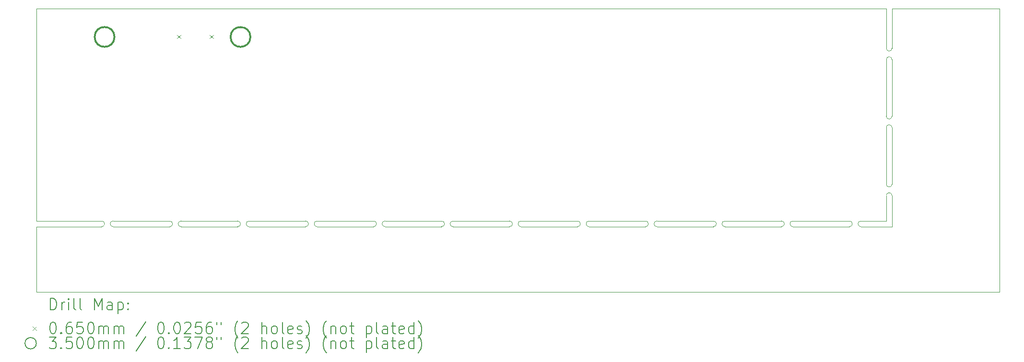
<source format=gbr>
%TF.GenerationSoftware,KiCad,Pcbnew,7.0.1-3b83917a11~172~ubuntu22.10.1*%
%TF.CreationDate,2023-04-03T16:10:54+02:00*%
%TF.ProjectId,Model-M-RP2040-USB,4d6f6465-6c2d-44d2-9d52-50323034302d,rev?*%
%TF.SameCoordinates,Original*%
%TF.FileFunction,Drillmap*%
%TF.FilePolarity,Positive*%
%FSLAX45Y45*%
G04 Gerber Fmt 4.5, Leading zero omitted, Abs format (unit mm)*
G04 Created by KiCad (PCBNEW 7.0.1-3b83917a11~172~ubuntu22.10.1) date 2023-04-03 16:10:54*
%MOMM*%
%LPD*%
G01*
G04 APERTURE LIST*
%ADD10C,0.100000*%
%ADD11C,0.200000*%
%ADD12C,0.065000*%
%ADD13C,0.350000*%
G04 APERTURE END LIST*
D10*
X13840000Y-6900000D02*
G75*
G03*
X13840000Y-6800000I0J50000D01*
G01*
X4440000Y-6900000D02*
X5440000Y-6900000D01*
X4440000Y-6800000D02*
G75*
G03*
X4440000Y-6900000I0J-50000D01*
G01*
X5640000Y-6800000D02*
G75*
G03*
X5640000Y-6900000I0J-50000D01*
G01*
X7840000Y-6900000D02*
G75*
G03*
X7840000Y-6800000I0J50000D01*
G01*
X17640000Y-6900000D02*
X18190000Y-6900000D01*
X14040000Y-6800000D02*
G75*
G03*
X14040000Y-6900000I0J-50000D01*
G01*
X6840000Y-6800000D02*
G75*
G03*
X6840000Y-6900000I0J-50000D01*
G01*
X13840000Y-6800000D02*
X12840000Y-6800000D01*
X18190000Y-6900000D02*
X18190000Y-6350000D01*
X12840000Y-6800000D02*
G75*
G03*
X12840000Y-6900000I0J-50000D01*
G01*
X16440000Y-6800000D02*
G75*
G03*
X16440000Y-6900000I0J-50000D01*
G01*
X10240000Y-6800000D02*
X9240000Y-6800000D01*
X18190000Y-4950000D02*
X18190000Y-3950000D01*
X15240000Y-6800000D02*
G75*
G03*
X15240000Y-6900000I0J-50000D01*
G01*
X9240000Y-6900000D02*
X10240000Y-6900000D01*
X15040000Y-6900000D02*
G75*
G03*
X15040000Y-6800000I0J50000D01*
G01*
X12640000Y-6800000D02*
X11640000Y-6800000D01*
X12840000Y-6900000D02*
X13840000Y-6900000D01*
X14040000Y-6900000D02*
X15040000Y-6900000D01*
X18190000Y-6350000D02*
G75*
G03*
X18090000Y-6350000I-50000J0D01*
G01*
X18090000Y-6150000D02*
G75*
G03*
X18190000Y-6150000I50000J0D01*
G01*
X18090000Y-3950000D02*
X18090000Y-4950000D01*
X17440000Y-6800000D02*
X16440000Y-6800000D01*
X5440000Y-6800000D02*
X4440000Y-6800000D01*
X10440000Y-6800000D02*
G75*
G03*
X10440000Y-6900000I0J-50000D01*
G01*
X9240000Y-6800000D02*
G75*
G03*
X9240000Y-6900000I0J-50000D01*
G01*
X18090000Y-3050000D02*
X3090000Y-3050000D01*
X11440000Y-6900000D02*
G75*
G03*
X11440000Y-6800000I0J50000D01*
G01*
X18090000Y-5150000D02*
X18090000Y-6150000D01*
X16240000Y-6800000D02*
X15240000Y-6800000D01*
X16240000Y-6900000D02*
G75*
G03*
X16240000Y-6800000I0J50000D01*
G01*
X18090000Y-4950000D02*
G75*
G03*
X18190000Y-4950000I50000J0D01*
G01*
X6640000Y-6800000D02*
X5640000Y-6800000D01*
X11640000Y-6900000D02*
X12640000Y-6900000D01*
X20090000Y-8050000D02*
X20090000Y-3050000D01*
X3090000Y-6900000D02*
X4240000Y-6900000D01*
X20090000Y-3050000D02*
X18190000Y-3050000D01*
X11440000Y-6800000D02*
X10440000Y-6800000D01*
X3090000Y-6900000D02*
X3090000Y-8050000D01*
X18090000Y-3750000D02*
G75*
G03*
X18190000Y-3750000I50000J0D01*
G01*
X5440000Y-6900000D02*
G75*
G03*
X5440000Y-6800000I0J50000D01*
G01*
X4240000Y-6800000D02*
X3090000Y-6800000D01*
X18190000Y-6150000D02*
X18190000Y-5150000D01*
X11640000Y-6800000D02*
G75*
G03*
X11640000Y-6900000I0J-50000D01*
G01*
X10240000Y-6900000D02*
G75*
G03*
X10240000Y-6800000I0J50000D01*
G01*
X4240000Y-6900000D02*
G75*
G03*
X4240000Y-6800000I0J50000D01*
G01*
X10440000Y-6900000D02*
X11440000Y-6900000D01*
X3090000Y-3050000D02*
X3090000Y-6800000D01*
X9040000Y-6900000D02*
G75*
G03*
X9040000Y-6800000I0J50000D01*
G01*
X15240000Y-6900000D02*
X16240000Y-6900000D01*
X12640000Y-6900000D02*
G75*
G03*
X12640000Y-6800000I0J50000D01*
G01*
X18090000Y-6800000D02*
X17640000Y-6800000D01*
X7840000Y-6800000D02*
X6840000Y-6800000D01*
X5640000Y-6900000D02*
X6640000Y-6900000D01*
X17640000Y-6800000D02*
G75*
G03*
X17640000Y-6900000I0J-50000D01*
G01*
X17440000Y-6900000D02*
G75*
G03*
X17440000Y-6800000I0J50000D01*
G01*
X3090000Y-8050000D02*
X20090000Y-8050000D01*
X8040000Y-6800000D02*
G75*
G03*
X8040000Y-6900000I0J-50000D01*
G01*
X6640000Y-6900000D02*
G75*
G03*
X6640000Y-6800000I0J50000D01*
G01*
X18190000Y-5150000D02*
G75*
G03*
X18090000Y-5150000I-50000J0D01*
G01*
X8040000Y-6900000D02*
X9040000Y-6900000D01*
X9040000Y-6800000D02*
X8040000Y-6800000D01*
X15040000Y-6800000D02*
X14040000Y-6800000D01*
X16440000Y-6900000D02*
X17440000Y-6900000D01*
X18090000Y-6350000D02*
X18090000Y-6800000D01*
X18190000Y-3950000D02*
G75*
G03*
X18090000Y-3950000I-50000J0D01*
G01*
X6840000Y-6900000D02*
X7840000Y-6900000D01*
X18190000Y-3750000D02*
X18190000Y-3050000D01*
X18090000Y-3050000D02*
X18090000Y-3750000D01*
D11*
D12*
X5569510Y-3512500D02*
X5634510Y-3577500D01*
X5634510Y-3512500D02*
X5569510Y-3577500D01*
X6147510Y-3512500D02*
X6212510Y-3577500D01*
X6212510Y-3512500D02*
X6147510Y-3577500D01*
D13*
X4465000Y-3550000D02*
G75*
G03*
X4465000Y-3550000I-175000J0D01*
G01*
X6865000Y-3550000D02*
G75*
G03*
X6865000Y-3550000I-175000J0D01*
G01*
D11*
X3332619Y-8367524D02*
X3332619Y-8167524D01*
X3332619Y-8167524D02*
X3380238Y-8167524D01*
X3380238Y-8167524D02*
X3408809Y-8177048D01*
X3408809Y-8177048D02*
X3427857Y-8196095D01*
X3427857Y-8196095D02*
X3437381Y-8215143D01*
X3437381Y-8215143D02*
X3446905Y-8253238D01*
X3446905Y-8253238D02*
X3446905Y-8281809D01*
X3446905Y-8281809D02*
X3437381Y-8319905D01*
X3437381Y-8319905D02*
X3427857Y-8338952D01*
X3427857Y-8338952D02*
X3408809Y-8358000D01*
X3408809Y-8358000D02*
X3380238Y-8367524D01*
X3380238Y-8367524D02*
X3332619Y-8367524D01*
X3532619Y-8367524D02*
X3532619Y-8234190D01*
X3532619Y-8272286D02*
X3542143Y-8253238D01*
X3542143Y-8253238D02*
X3551667Y-8243714D01*
X3551667Y-8243714D02*
X3570714Y-8234190D01*
X3570714Y-8234190D02*
X3589762Y-8234190D01*
X3656428Y-8367524D02*
X3656428Y-8234190D01*
X3656428Y-8167524D02*
X3646905Y-8177048D01*
X3646905Y-8177048D02*
X3656428Y-8186571D01*
X3656428Y-8186571D02*
X3665952Y-8177048D01*
X3665952Y-8177048D02*
X3656428Y-8167524D01*
X3656428Y-8167524D02*
X3656428Y-8186571D01*
X3780238Y-8367524D02*
X3761190Y-8358000D01*
X3761190Y-8358000D02*
X3751667Y-8338952D01*
X3751667Y-8338952D02*
X3751667Y-8167524D01*
X3885000Y-8367524D02*
X3865952Y-8358000D01*
X3865952Y-8358000D02*
X3856428Y-8338952D01*
X3856428Y-8338952D02*
X3856428Y-8167524D01*
X4113571Y-8367524D02*
X4113571Y-8167524D01*
X4113571Y-8167524D02*
X4180238Y-8310381D01*
X4180238Y-8310381D02*
X4246905Y-8167524D01*
X4246905Y-8167524D02*
X4246905Y-8367524D01*
X4427857Y-8367524D02*
X4427857Y-8262762D01*
X4427857Y-8262762D02*
X4418333Y-8243714D01*
X4418333Y-8243714D02*
X4399286Y-8234190D01*
X4399286Y-8234190D02*
X4361190Y-8234190D01*
X4361190Y-8234190D02*
X4342143Y-8243714D01*
X4427857Y-8358000D02*
X4408810Y-8367524D01*
X4408810Y-8367524D02*
X4361190Y-8367524D01*
X4361190Y-8367524D02*
X4342143Y-8358000D01*
X4342143Y-8358000D02*
X4332619Y-8338952D01*
X4332619Y-8338952D02*
X4332619Y-8319905D01*
X4332619Y-8319905D02*
X4342143Y-8300857D01*
X4342143Y-8300857D02*
X4361190Y-8291333D01*
X4361190Y-8291333D02*
X4408810Y-8291333D01*
X4408810Y-8291333D02*
X4427857Y-8281809D01*
X4523095Y-8234190D02*
X4523095Y-8434190D01*
X4523095Y-8243714D02*
X4542143Y-8234190D01*
X4542143Y-8234190D02*
X4580238Y-8234190D01*
X4580238Y-8234190D02*
X4599286Y-8243714D01*
X4599286Y-8243714D02*
X4608810Y-8253238D01*
X4608810Y-8253238D02*
X4618333Y-8272286D01*
X4618333Y-8272286D02*
X4618333Y-8329428D01*
X4618333Y-8329428D02*
X4608810Y-8348476D01*
X4608810Y-8348476D02*
X4599286Y-8358000D01*
X4599286Y-8358000D02*
X4580238Y-8367524D01*
X4580238Y-8367524D02*
X4542143Y-8367524D01*
X4542143Y-8367524D02*
X4523095Y-8358000D01*
X4704048Y-8348476D02*
X4713571Y-8358000D01*
X4713571Y-8358000D02*
X4704048Y-8367524D01*
X4704048Y-8367524D02*
X4694524Y-8358000D01*
X4694524Y-8358000D02*
X4704048Y-8348476D01*
X4704048Y-8348476D02*
X4704048Y-8367524D01*
X4704048Y-8243714D02*
X4713571Y-8253238D01*
X4713571Y-8253238D02*
X4704048Y-8262762D01*
X4704048Y-8262762D02*
X4694524Y-8253238D01*
X4694524Y-8253238D02*
X4704048Y-8243714D01*
X4704048Y-8243714D02*
X4704048Y-8262762D01*
D12*
X3020000Y-8662500D02*
X3085000Y-8727500D01*
X3085000Y-8662500D02*
X3020000Y-8727500D01*
D11*
X3370714Y-8587524D02*
X3389762Y-8587524D01*
X3389762Y-8587524D02*
X3408809Y-8597048D01*
X3408809Y-8597048D02*
X3418333Y-8606571D01*
X3418333Y-8606571D02*
X3427857Y-8625619D01*
X3427857Y-8625619D02*
X3437381Y-8663714D01*
X3437381Y-8663714D02*
X3437381Y-8711333D01*
X3437381Y-8711333D02*
X3427857Y-8749429D01*
X3427857Y-8749429D02*
X3418333Y-8768476D01*
X3418333Y-8768476D02*
X3408809Y-8778000D01*
X3408809Y-8778000D02*
X3389762Y-8787524D01*
X3389762Y-8787524D02*
X3370714Y-8787524D01*
X3370714Y-8787524D02*
X3351667Y-8778000D01*
X3351667Y-8778000D02*
X3342143Y-8768476D01*
X3342143Y-8768476D02*
X3332619Y-8749429D01*
X3332619Y-8749429D02*
X3323095Y-8711333D01*
X3323095Y-8711333D02*
X3323095Y-8663714D01*
X3323095Y-8663714D02*
X3332619Y-8625619D01*
X3332619Y-8625619D02*
X3342143Y-8606571D01*
X3342143Y-8606571D02*
X3351667Y-8597048D01*
X3351667Y-8597048D02*
X3370714Y-8587524D01*
X3523095Y-8768476D02*
X3532619Y-8778000D01*
X3532619Y-8778000D02*
X3523095Y-8787524D01*
X3523095Y-8787524D02*
X3513571Y-8778000D01*
X3513571Y-8778000D02*
X3523095Y-8768476D01*
X3523095Y-8768476D02*
X3523095Y-8787524D01*
X3704048Y-8587524D02*
X3665952Y-8587524D01*
X3665952Y-8587524D02*
X3646905Y-8597048D01*
X3646905Y-8597048D02*
X3637381Y-8606571D01*
X3637381Y-8606571D02*
X3618333Y-8635143D01*
X3618333Y-8635143D02*
X3608809Y-8673238D01*
X3608809Y-8673238D02*
X3608809Y-8749429D01*
X3608809Y-8749429D02*
X3618333Y-8768476D01*
X3618333Y-8768476D02*
X3627857Y-8778000D01*
X3627857Y-8778000D02*
X3646905Y-8787524D01*
X3646905Y-8787524D02*
X3685000Y-8787524D01*
X3685000Y-8787524D02*
X3704048Y-8778000D01*
X3704048Y-8778000D02*
X3713571Y-8768476D01*
X3713571Y-8768476D02*
X3723095Y-8749429D01*
X3723095Y-8749429D02*
X3723095Y-8701810D01*
X3723095Y-8701810D02*
X3713571Y-8682762D01*
X3713571Y-8682762D02*
X3704048Y-8673238D01*
X3704048Y-8673238D02*
X3685000Y-8663714D01*
X3685000Y-8663714D02*
X3646905Y-8663714D01*
X3646905Y-8663714D02*
X3627857Y-8673238D01*
X3627857Y-8673238D02*
X3618333Y-8682762D01*
X3618333Y-8682762D02*
X3608809Y-8701810D01*
X3904048Y-8587524D02*
X3808809Y-8587524D01*
X3808809Y-8587524D02*
X3799286Y-8682762D01*
X3799286Y-8682762D02*
X3808809Y-8673238D01*
X3808809Y-8673238D02*
X3827857Y-8663714D01*
X3827857Y-8663714D02*
X3875476Y-8663714D01*
X3875476Y-8663714D02*
X3894524Y-8673238D01*
X3894524Y-8673238D02*
X3904048Y-8682762D01*
X3904048Y-8682762D02*
X3913571Y-8701810D01*
X3913571Y-8701810D02*
X3913571Y-8749429D01*
X3913571Y-8749429D02*
X3904048Y-8768476D01*
X3904048Y-8768476D02*
X3894524Y-8778000D01*
X3894524Y-8778000D02*
X3875476Y-8787524D01*
X3875476Y-8787524D02*
X3827857Y-8787524D01*
X3827857Y-8787524D02*
X3808809Y-8778000D01*
X3808809Y-8778000D02*
X3799286Y-8768476D01*
X4037381Y-8587524D02*
X4056429Y-8587524D01*
X4056429Y-8587524D02*
X4075476Y-8597048D01*
X4075476Y-8597048D02*
X4085000Y-8606571D01*
X4085000Y-8606571D02*
X4094524Y-8625619D01*
X4094524Y-8625619D02*
X4104048Y-8663714D01*
X4104048Y-8663714D02*
X4104048Y-8711333D01*
X4104048Y-8711333D02*
X4094524Y-8749429D01*
X4094524Y-8749429D02*
X4085000Y-8768476D01*
X4085000Y-8768476D02*
X4075476Y-8778000D01*
X4075476Y-8778000D02*
X4056429Y-8787524D01*
X4056429Y-8787524D02*
X4037381Y-8787524D01*
X4037381Y-8787524D02*
X4018333Y-8778000D01*
X4018333Y-8778000D02*
X4008809Y-8768476D01*
X4008809Y-8768476D02*
X3999286Y-8749429D01*
X3999286Y-8749429D02*
X3989762Y-8711333D01*
X3989762Y-8711333D02*
X3989762Y-8663714D01*
X3989762Y-8663714D02*
X3999286Y-8625619D01*
X3999286Y-8625619D02*
X4008809Y-8606571D01*
X4008809Y-8606571D02*
X4018333Y-8597048D01*
X4018333Y-8597048D02*
X4037381Y-8587524D01*
X4189762Y-8787524D02*
X4189762Y-8654190D01*
X4189762Y-8673238D02*
X4199286Y-8663714D01*
X4199286Y-8663714D02*
X4218333Y-8654190D01*
X4218333Y-8654190D02*
X4246905Y-8654190D01*
X4246905Y-8654190D02*
X4265952Y-8663714D01*
X4265952Y-8663714D02*
X4275476Y-8682762D01*
X4275476Y-8682762D02*
X4275476Y-8787524D01*
X4275476Y-8682762D02*
X4285000Y-8663714D01*
X4285000Y-8663714D02*
X4304048Y-8654190D01*
X4304048Y-8654190D02*
X4332619Y-8654190D01*
X4332619Y-8654190D02*
X4351667Y-8663714D01*
X4351667Y-8663714D02*
X4361191Y-8682762D01*
X4361191Y-8682762D02*
X4361191Y-8787524D01*
X4456429Y-8787524D02*
X4456429Y-8654190D01*
X4456429Y-8673238D02*
X4465952Y-8663714D01*
X4465952Y-8663714D02*
X4485000Y-8654190D01*
X4485000Y-8654190D02*
X4513572Y-8654190D01*
X4513572Y-8654190D02*
X4532619Y-8663714D01*
X4532619Y-8663714D02*
X4542143Y-8682762D01*
X4542143Y-8682762D02*
X4542143Y-8787524D01*
X4542143Y-8682762D02*
X4551667Y-8663714D01*
X4551667Y-8663714D02*
X4570714Y-8654190D01*
X4570714Y-8654190D02*
X4599286Y-8654190D01*
X4599286Y-8654190D02*
X4618333Y-8663714D01*
X4618333Y-8663714D02*
X4627857Y-8682762D01*
X4627857Y-8682762D02*
X4627857Y-8787524D01*
X5018333Y-8578000D02*
X4846905Y-8835143D01*
X5275476Y-8587524D02*
X5294524Y-8587524D01*
X5294524Y-8587524D02*
X5313572Y-8597048D01*
X5313572Y-8597048D02*
X5323095Y-8606571D01*
X5323095Y-8606571D02*
X5332619Y-8625619D01*
X5332619Y-8625619D02*
X5342143Y-8663714D01*
X5342143Y-8663714D02*
X5342143Y-8711333D01*
X5342143Y-8711333D02*
X5332619Y-8749429D01*
X5332619Y-8749429D02*
X5323095Y-8768476D01*
X5323095Y-8768476D02*
X5313572Y-8778000D01*
X5313572Y-8778000D02*
X5294524Y-8787524D01*
X5294524Y-8787524D02*
X5275476Y-8787524D01*
X5275476Y-8787524D02*
X5256429Y-8778000D01*
X5256429Y-8778000D02*
X5246905Y-8768476D01*
X5246905Y-8768476D02*
X5237381Y-8749429D01*
X5237381Y-8749429D02*
X5227857Y-8711333D01*
X5227857Y-8711333D02*
X5227857Y-8663714D01*
X5227857Y-8663714D02*
X5237381Y-8625619D01*
X5237381Y-8625619D02*
X5246905Y-8606571D01*
X5246905Y-8606571D02*
X5256429Y-8597048D01*
X5256429Y-8597048D02*
X5275476Y-8587524D01*
X5427857Y-8768476D02*
X5437381Y-8778000D01*
X5437381Y-8778000D02*
X5427857Y-8787524D01*
X5427857Y-8787524D02*
X5418334Y-8778000D01*
X5418334Y-8778000D02*
X5427857Y-8768476D01*
X5427857Y-8768476D02*
X5427857Y-8787524D01*
X5561191Y-8587524D02*
X5580238Y-8587524D01*
X5580238Y-8587524D02*
X5599286Y-8597048D01*
X5599286Y-8597048D02*
X5608810Y-8606571D01*
X5608810Y-8606571D02*
X5618333Y-8625619D01*
X5618333Y-8625619D02*
X5627857Y-8663714D01*
X5627857Y-8663714D02*
X5627857Y-8711333D01*
X5627857Y-8711333D02*
X5618333Y-8749429D01*
X5618333Y-8749429D02*
X5608810Y-8768476D01*
X5608810Y-8768476D02*
X5599286Y-8778000D01*
X5599286Y-8778000D02*
X5580238Y-8787524D01*
X5580238Y-8787524D02*
X5561191Y-8787524D01*
X5561191Y-8787524D02*
X5542143Y-8778000D01*
X5542143Y-8778000D02*
X5532619Y-8768476D01*
X5532619Y-8768476D02*
X5523095Y-8749429D01*
X5523095Y-8749429D02*
X5513572Y-8711333D01*
X5513572Y-8711333D02*
X5513572Y-8663714D01*
X5513572Y-8663714D02*
X5523095Y-8625619D01*
X5523095Y-8625619D02*
X5532619Y-8606571D01*
X5532619Y-8606571D02*
X5542143Y-8597048D01*
X5542143Y-8597048D02*
X5561191Y-8587524D01*
X5704048Y-8606571D02*
X5713572Y-8597048D01*
X5713572Y-8597048D02*
X5732619Y-8587524D01*
X5732619Y-8587524D02*
X5780238Y-8587524D01*
X5780238Y-8587524D02*
X5799286Y-8597048D01*
X5799286Y-8597048D02*
X5808810Y-8606571D01*
X5808810Y-8606571D02*
X5818333Y-8625619D01*
X5818333Y-8625619D02*
X5818333Y-8644667D01*
X5818333Y-8644667D02*
X5808810Y-8673238D01*
X5808810Y-8673238D02*
X5694524Y-8787524D01*
X5694524Y-8787524D02*
X5818333Y-8787524D01*
X5999286Y-8587524D02*
X5904048Y-8587524D01*
X5904048Y-8587524D02*
X5894524Y-8682762D01*
X5894524Y-8682762D02*
X5904048Y-8673238D01*
X5904048Y-8673238D02*
X5923095Y-8663714D01*
X5923095Y-8663714D02*
X5970714Y-8663714D01*
X5970714Y-8663714D02*
X5989762Y-8673238D01*
X5989762Y-8673238D02*
X5999286Y-8682762D01*
X5999286Y-8682762D02*
X6008810Y-8701810D01*
X6008810Y-8701810D02*
X6008810Y-8749429D01*
X6008810Y-8749429D02*
X5999286Y-8768476D01*
X5999286Y-8768476D02*
X5989762Y-8778000D01*
X5989762Y-8778000D02*
X5970714Y-8787524D01*
X5970714Y-8787524D02*
X5923095Y-8787524D01*
X5923095Y-8787524D02*
X5904048Y-8778000D01*
X5904048Y-8778000D02*
X5894524Y-8768476D01*
X6180238Y-8587524D02*
X6142143Y-8587524D01*
X6142143Y-8587524D02*
X6123095Y-8597048D01*
X6123095Y-8597048D02*
X6113572Y-8606571D01*
X6113572Y-8606571D02*
X6094524Y-8635143D01*
X6094524Y-8635143D02*
X6085000Y-8673238D01*
X6085000Y-8673238D02*
X6085000Y-8749429D01*
X6085000Y-8749429D02*
X6094524Y-8768476D01*
X6094524Y-8768476D02*
X6104048Y-8778000D01*
X6104048Y-8778000D02*
X6123095Y-8787524D01*
X6123095Y-8787524D02*
X6161191Y-8787524D01*
X6161191Y-8787524D02*
X6180238Y-8778000D01*
X6180238Y-8778000D02*
X6189762Y-8768476D01*
X6189762Y-8768476D02*
X6199286Y-8749429D01*
X6199286Y-8749429D02*
X6199286Y-8701810D01*
X6199286Y-8701810D02*
X6189762Y-8682762D01*
X6189762Y-8682762D02*
X6180238Y-8673238D01*
X6180238Y-8673238D02*
X6161191Y-8663714D01*
X6161191Y-8663714D02*
X6123095Y-8663714D01*
X6123095Y-8663714D02*
X6104048Y-8673238D01*
X6104048Y-8673238D02*
X6094524Y-8682762D01*
X6094524Y-8682762D02*
X6085000Y-8701810D01*
X6275476Y-8587524D02*
X6275476Y-8625619D01*
X6351667Y-8587524D02*
X6351667Y-8625619D01*
X6646905Y-8863714D02*
X6637381Y-8854190D01*
X6637381Y-8854190D02*
X6618334Y-8825619D01*
X6618334Y-8825619D02*
X6608810Y-8806571D01*
X6608810Y-8806571D02*
X6599286Y-8778000D01*
X6599286Y-8778000D02*
X6589762Y-8730381D01*
X6589762Y-8730381D02*
X6589762Y-8692286D01*
X6589762Y-8692286D02*
X6599286Y-8644667D01*
X6599286Y-8644667D02*
X6608810Y-8616095D01*
X6608810Y-8616095D02*
X6618334Y-8597048D01*
X6618334Y-8597048D02*
X6637381Y-8568476D01*
X6637381Y-8568476D02*
X6646905Y-8558952D01*
X6713572Y-8606571D02*
X6723095Y-8597048D01*
X6723095Y-8597048D02*
X6742143Y-8587524D01*
X6742143Y-8587524D02*
X6789762Y-8587524D01*
X6789762Y-8587524D02*
X6808810Y-8597048D01*
X6808810Y-8597048D02*
X6818334Y-8606571D01*
X6818334Y-8606571D02*
X6827857Y-8625619D01*
X6827857Y-8625619D02*
X6827857Y-8644667D01*
X6827857Y-8644667D02*
X6818334Y-8673238D01*
X6818334Y-8673238D02*
X6704048Y-8787524D01*
X6704048Y-8787524D02*
X6827857Y-8787524D01*
X7065953Y-8787524D02*
X7065953Y-8587524D01*
X7151667Y-8787524D02*
X7151667Y-8682762D01*
X7151667Y-8682762D02*
X7142143Y-8663714D01*
X7142143Y-8663714D02*
X7123096Y-8654190D01*
X7123096Y-8654190D02*
X7094524Y-8654190D01*
X7094524Y-8654190D02*
X7075476Y-8663714D01*
X7075476Y-8663714D02*
X7065953Y-8673238D01*
X7275476Y-8787524D02*
X7256429Y-8778000D01*
X7256429Y-8778000D02*
X7246905Y-8768476D01*
X7246905Y-8768476D02*
X7237381Y-8749429D01*
X7237381Y-8749429D02*
X7237381Y-8692286D01*
X7237381Y-8692286D02*
X7246905Y-8673238D01*
X7246905Y-8673238D02*
X7256429Y-8663714D01*
X7256429Y-8663714D02*
X7275476Y-8654190D01*
X7275476Y-8654190D02*
X7304048Y-8654190D01*
X7304048Y-8654190D02*
X7323096Y-8663714D01*
X7323096Y-8663714D02*
X7332619Y-8673238D01*
X7332619Y-8673238D02*
X7342143Y-8692286D01*
X7342143Y-8692286D02*
X7342143Y-8749429D01*
X7342143Y-8749429D02*
X7332619Y-8768476D01*
X7332619Y-8768476D02*
X7323096Y-8778000D01*
X7323096Y-8778000D02*
X7304048Y-8787524D01*
X7304048Y-8787524D02*
X7275476Y-8787524D01*
X7456429Y-8787524D02*
X7437381Y-8778000D01*
X7437381Y-8778000D02*
X7427857Y-8758952D01*
X7427857Y-8758952D02*
X7427857Y-8587524D01*
X7608810Y-8778000D02*
X7589762Y-8787524D01*
X7589762Y-8787524D02*
X7551667Y-8787524D01*
X7551667Y-8787524D02*
X7532619Y-8778000D01*
X7532619Y-8778000D02*
X7523096Y-8758952D01*
X7523096Y-8758952D02*
X7523096Y-8682762D01*
X7523096Y-8682762D02*
X7532619Y-8663714D01*
X7532619Y-8663714D02*
X7551667Y-8654190D01*
X7551667Y-8654190D02*
X7589762Y-8654190D01*
X7589762Y-8654190D02*
X7608810Y-8663714D01*
X7608810Y-8663714D02*
X7618334Y-8682762D01*
X7618334Y-8682762D02*
X7618334Y-8701810D01*
X7618334Y-8701810D02*
X7523096Y-8720857D01*
X7694524Y-8778000D02*
X7713572Y-8787524D01*
X7713572Y-8787524D02*
X7751667Y-8787524D01*
X7751667Y-8787524D02*
X7770715Y-8778000D01*
X7770715Y-8778000D02*
X7780238Y-8758952D01*
X7780238Y-8758952D02*
X7780238Y-8749429D01*
X7780238Y-8749429D02*
X7770715Y-8730381D01*
X7770715Y-8730381D02*
X7751667Y-8720857D01*
X7751667Y-8720857D02*
X7723096Y-8720857D01*
X7723096Y-8720857D02*
X7704048Y-8711333D01*
X7704048Y-8711333D02*
X7694524Y-8692286D01*
X7694524Y-8692286D02*
X7694524Y-8682762D01*
X7694524Y-8682762D02*
X7704048Y-8663714D01*
X7704048Y-8663714D02*
X7723096Y-8654190D01*
X7723096Y-8654190D02*
X7751667Y-8654190D01*
X7751667Y-8654190D02*
X7770715Y-8663714D01*
X7846905Y-8863714D02*
X7856429Y-8854190D01*
X7856429Y-8854190D02*
X7875477Y-8825619D01*
X7875477Y-8825619D02*
X7885000Y-8806571D01*
X7885000Y-8806571D02*
X7894524Y-8778000D01*
X7894524Y-8778000D02*
X7904048Y-8730381D01*
X7904048Y-8730381D02*
X7904048Y-8692286D01*
X7904048Y-8692286D02*
X7894524Y-8644667D01*
X7894524Y-8644667D02*
X7885000Y-8616095D01*
X7885000Y-8616095D02*
X7875477Y-8597048D01*
X7875477Y-8597048D02*
X7856429Y-8568476D01*
X7856429Y-8568476D02*
X7846905Y-8558952D01*
X8208810Y-8863714D02*
X8199286Y-8854190D01*
X8199286Y-8854190D02*
X8180238Y-8825619D01*
X8180238Y-8825619D02*
X8170715Y-8806571D01*
X8170715Y-8806571D02*
X8161191Y-8778000D01*
X8161191Y-8778000D02*
X8151667Y-8730381D01*
X8151667Y-8730381D02*
X8151667Y-8692286D01*
X8151667Y-8692286D02*
X8161191Y-8644667D01*
X8161191Y-8644667D02*
X8170715Y-8616095D01*
X8170715Y-8616095D02*
X8180238Y-8597048D01*
X8180238Y-8597048D02*
X8199286Y-8568476D01*
X8199286Y-8568476D02*
X8208810Y-8558952D01*
X8285000Y-8654190D02*
X8285000Y-8787524D01*
X8285000Y-8673238D02*
X8294524Y-8663714D01*
X8294524Y-8663714D02*
X8313572Y-8654190D01*
X8313572Y-8654190D02*
X8342143Y-8654190D01*
X8342143Y-8654190D02*
X8361191Y-8663714D01*
X8361191Y-8663714D02*
X8370715Y-8682762D01*
X8370715Y-8682762D02*
X8370715Y-8787524D01*
X8494524Y-8787524D02*
X8475477Y-8778000D01*
X8475477Y-8778000D02*
X8465953Y-8768476D01*
X8465953Y-8768476D02*
X8456429Y-8749429D01*
X8456429Y-8749429D02*
X8456429Y-8692286D01*
X8456429Y-8692286D02*
X8465953Y-8673238D01*
X8465953Y-8673238D02*
X8475477Y-8663714D01*
X8475477Y-8663714D02*
X8494524Y-8654190D01*
X8494524Y-8654190D02*
X8523096Y-8654190D01*
X8523096Y-8654190D02*
X8542143Y-8663714D01*
X8542143Y-8663714D02*
X8551667Y-8673238D01*
X8551667Y-8673238D02*
X8561191Y-8692286D01*
X8561191Y-8692286D02*
X8561191Y-8749429D01*
X8561191Y-8749429D02*
X8551667Y-8768476D01*
X8551667Y-8768476D02*
X8542143Y-8778000D01*
X8542143Y-8778000D02*
X8523096Y-8787524D01*
X8523096Y-8787524D02*
X8494524Y-8787524D01*
X8618334Y-8654190D02*
X8694524Y-8654190D01*
X8646905Y-8587524D02*
X8646905Y-8758952D01*
X8646905Y-8758952D02*
X8656429Y-8778000D01*
X8656429Y-8778000D02*
X8675477Y-8787524D01*
X8675477Y-8787524D02*
X8694524Y-8787524D01*
X8913572Y-8654190D02*
X8913572Y-8854190D01*
X8913572Y-8663714D02*
X8932620Y-8654190D01*
X8932620Y-8654190D02*
X8970715Y-8654190D01*
X8970715Y-8654190D02*
X8989762Y-8663714D01*
X8989762Y-8663714D02*
X8999286Y-8673238D01*
X8999286Y-8673238D02*
X9008810Y-8692286D01*
X9008810Y-8692286D02*
X9008810Y-8749429D01*
X9008810Y-8749429D02*
X8999286Y-8768476D01*
X8999286Y-8768476D02*
X8989762Y-8778000D01*
X8989762Y-8778000D02*
X8970715Y-8787524D01*
X8970715Y-8787524D02*
X8932620Y-8787524D01*
X8932620Y-8787524D02*
X8913572Y-8778000D01*
X9123096Y-8787524D02*
X9104048Y-8778000D01*
X9104048Y-8778000D02*
X9094524Y-8758952D01*
X9094524Y-8758952D02*
X9094524Y-8587524D01*
X9285001Y-8787524D02*
X9285001Y-8682762D01*
X9285001Y-8682762D02*
X9275477Y-8663714D01*
X9275477Y-8663714D02*
X9256429Y-8654190D01*
X9256429Y-8654190D02*
X9218334Y-8654190D01*
X9218334Y-8654190D02*
X9199286Y-8663714D01*
X9285001Y-8778000D02*
X9265953Y-8787524D01*
X9265953Y-8787524D02*
X9218334Y-8787524D01*
X9218334Y-8787524D02*
X9199286Y-8778000D01*
X9199286Y-8778000D02*
X9189762Y-8758952D01*
X9189762Y-8758952D02*
X9189762Y-8739905D01*
X9189762Y-8739905D02*
X9199286Y-8720857D01*
X9199286Y-8720857D02*
X9218334Y-8711333D01*
X9218334Y-8711333D02*
X9265953Y-8711333D01*
X9265953Y-8711333D02*
X9285001Y-8701810D01*
X9351667Y-8654190D02*
X9427858Y-8654190D01*
X9380239Y-8587524D02*
X9380239Y-8758952D01*
X9380239Y-8758952D02*
X9389762Y-8778000D01*
X9389762Y-8778000D02*
X9408810Y-8787524D01*
X9408810Y-8787524D02*
X9427858Y-8787524D01*
X9570715Y-8778000D02*
X9551667Y-8787524D01*
X9551667Y-8787524D02*
X9513572Y-8787524D01*
X9513572Y-8787524D02*
X9494524Y-8778000D01*
X9494524Y-8778000D02*
X9485001Y-8758952D01*
X9485001Y-8758952D02*
X9485001Y-8682762D01*
X9485001Y-8682762D02*
X9494524Y-8663714D01*
X9494524Y-8663714D02*
X9513572Y-8654190D01*
X9513572Y-8654190D02*
X9551667Y-8654190D01*
X9551667Y-8654190D02*
X9570715Y-8663714D01*
X9570715Y-8663714D02*
X9580239Y-8682762D01*
X9580239Y-8682762D02*
X9580239Y-8701810D01*
X9580239Y-8701810D02*
X9485001Y-8720857D01*
X9751667Y-8787524D02*
X9751667Y-8587524D01*
X9751667Y-8778000D02*
X9732620Y-8787524D01*
X9732620Y-8787524D02*
X9694524Y-8787524D01*
X9694524Y-8787524D02*
X9675477Y-8778000D01*
X9675477Y-8778000D02*
X9665953Y-8768476D01*
X9665953Y-8768476D02*
X9656429Y-8749429D01*
X9656429Y-8749429D02*
X9656429Y-8692286D01*
X9656429Y-8692286D02*
X9665953Y-8673238D01*
X9665953Y-8673238D02*
X9675477Y-8663714D01*
X9675477Y-8663714D02*
X9694524Y-8654190D01*
X9694524Y-8654190D02*
X9732620Y-8654190D01*
X9732620Y-8654190D02*
X9751667Y-8663714D01*
X9827858Y-8863714D02*
X9837382Y-8854190D01*
X9837382Y-8854190D02*
X9856429Y-8825619D01*
X9856429Y-8825619D02*
X9865953Y-8806571D01*
X9865953Y-8806571D02*
X9875477Y-8778000D01*
X9875477Y-8778000D02*
X9885001Y-8730381D01*
X9885001Y-8730381D02*
X9885001Y-8692286D01*
X9885001Y-8692286D02*
X9875477Y-8644667D01*
X9875477Y-8644667D02*
X9865953Y-8616095D01*
X9865953Y-8616095D02*
X9856429Y-8597048D01*
X9856429Y-8597048D02*
X9837382Y-8568476D01*
X9837382Y-8568476D02*
X9827858Y-8558952D01*
X3085000Y-8959000D02*
G75*
G03*
X3085000Y-8959000I-100000J0D01*
G01*
X3313571Y-8851524D02*
X3437381Y-8851524D01*
X3437381Y-8851524D02*
X3370714Y-8927714D01*
X3370714Y-8927714D02*
X3399286Y-8927714D01*
X3399286Y-8927714D02*
X3418333Y-8937238D01*
X3418333Y-8937238D02*
X3427857Y-8946762D01*
X3427857Y-8946762D02*
X3437381Y-8965810D01*
X3437381Y-8965810D02*
X3437381Y-9013429D01*
X3437381Y-9013429D02*
X3427857Y-9032476D01*
X3427857Y-9032476D02*
X3418333Y-9042000D01*
X3418333Y-9042000D02*
X3399286Y-9051524D01*
X3399286Y-9051524D02*
X3342143Y-9051524D01*
X3342143Y-9051524D02*
X3323095Y-9042000D01*
X3323095Y-9042000D02*
X3313571Y-9032476D01*
X3523095Y-9032476D02*
X3532619Y-9042000D01*
X3532619Y-9042000D02*
X3523095Y-9051524D01*
X3523095Y-9051524D02*
X3513571Y-9042000D01*
X3513571Y-9042000D02*
X3523095Y-9032476D01*
X3523095Y-9032476D02*
X3523095Y-9051524D01*
X3713571Y-8851524D02*
X3618333Y-8851524D01*
X3618333Y-8851524D02*
X3608809Y-8946762D01*
X3608809Y-8946762D02*
X3618333Y-8937238D01*
X3618333Y-8937238D02*
X3637381Y-8927714D01*
X3637381Y-8927714D02*
X3685000Y-8927714D01*
X3685000Y-8927714D02*
X3704048Y-8937238D01*
X3704048Y-8937238D02*
X3713571Y-8946762D01*
X3713571Y-8946762D02*
X3723095Y-8965810D01*
X3723095Y-8965810D02*
X3723095Y-9013429D01*
X3723095Y-9013429D02*
X3713571Y-9032476D01*
X3713571Y-9032476D02*
X3704048Y-9042000D01*
X3704048Y-9042000D02*
X3685000Y-9051524D01*
X3685000Y-9051524D02*
X3637381Y-9051524D01*
X3637381Y-9051524D02*
X3618333Y-9042000D01*
X3618333Y-9042000D02*
X3608809Y-9032476D01*
X3846905Y-8851524D02*
X3865952Y-8851524D01*
X3865952Y-8851524D02*
X3885000Y-8861048D01*
X3885000Y-8861048D02*
X3894524Y-8870571D01*
X3894524Y-8870571D02*
X3904048Y-8889619D01*
X3904048Y-8889619D02*
X3913571Y-8927714D01*
X3913571Y-8927714D02*
X3913571Y-8975333D01*
X3913571Y-8975333D02*
X3904048Y-9013429D01*
X3904048Y-9013429D02*
X3894524Y-9032476D01*
X3894524Y-9032476D02*
X3885000Y-9042000D01*
X3885000Y-9042000D02*
X3865952Y-9051524D01*
X3865952Y-9051524D02*
X3846905Y-9051524D01*
X3846905Y-9051524D02*
X3827857Y-9042000D01*
X3827857Y-9042000D02*
X3818333Y-9032476D01*
X3818333Y-9032476D02*
X3808809Y-9013429D01*
X3808809Y-9013429D02*
X3799286Y-8975333D01*
X3799286Y-8975333D02*
X3799286Y-8927714D01*
X3799286Y-8927714D02*
X3808809Y-8889619D01*
X3808809Y-8889619D02*
X3818333Y-8870571D01*
X3818333Y-8870571D02*
X3827857Y-8861048D01*
X3827857Y-8861048D02*
X3846905Y-8851524D01*
X4037381Y-8851524D02*
X4056429Y-8851524D01*
X4056429Y-8851524D02*
X4075476Y-8861048D01*
X4075476Y-8861048D02*
X4085000Y-8870571D01*
X4085000Y-8870571D02*
X4094524Y-8889619D01*
X4094524Y-8889619D02*
X4104048Y-8927714D01*
X4104048Y-8927714D02*
X4104048Y-8975333D01*
X4104048Y-8975333D02*
X4094524Y-9013429D01*
X4094524Y-9013429D02*
X4085000Y-9032476D01*
X4085000Y-9032476D02*
X4075476Y-9042000D01*
X4075476Y-9042000D02*
X4056429Y-9051524D01*
X4056429Y-9051524D02*
X4037381Y-9051524D01*
X4037381Y-9051524D02*
X4018333Y-9042000D01*
X4018333Y-9042000D02*
X4008809Y-9032476D01*
X4008809Y-9032476D02*
X3999286Y-9013429D01*
X3999286Y-9013429D02*
X3989762Y-8975333D01*
X3989762Y-8975333D02*
X3989762Y-8927714D01*
X3989762Y-8927714D02*
X3999286Y-8889619D01*
X3999286Y-8889619D02*
X4008809Y-8870571D01*
X4008809Y-8870571D02*
X4018333Y-8861048D01*
X4018333Y-8861048D02*
X4037381Y-8851524D01*
X4189762Y-9051524D02*
X4189762Y-8918190D01*
X4189762Y-8937238D02*
X4199286Y-8927714D01*
X4199286Y-8927714D02*
X4218333Y-8918190D01*
X4218333Y-8918190D02*
X4246905Y-8918190D01*
X4246905Y-8918190D02*
X4265952Y-8927714D01*
X4265952Y-8927714D02*
X4275476Y-8946762D01*
X4275476Y-8946762D02*
X4275476Y-9051524D01*
X4275476Y-8946762D02*
X4285000Y-8927714D01*
X4285000Y-8927714D02*
X4304048Y-8918190D01*
X4304048Y-8918190D02*
X4332619Y-8918190D01*
X4332619Y-8918190D02*
X4351667Y-8927714D01*
X4351667Y-8927714D02*
X4361191Y-8946762D01*
X4361191Y-8946762D02*
X4361191Y-9051524D01*
X4456429Y-9051524D02*
X4456429Y-8918190D01*
X4456429Y-8937238D02*
X4465952Y-8927714D01*
X4465952Y-8927714D02*
X4485000Y-8918190D01*
X4485000Y-8918190D02*
X4513572Y-8918190D01*
X4513572Y-8918190D02*
X4532619Y-8927714D01*
X4532619Y-8927714D02*
X4542143Y-8946762D01*
X4542143Y-8946762D02*
X4542143Y-9051524D01*
X4542143Y-8946762D02*
X4551667Y-8927714D01*
X4551667Y-8927714D02*
X4570714Y-8918190D01*
X4570714Y-8918190D02*
X4599286Y-8918190D01*
X4599286Y-8918190D02*
X4618333Y-8927714D01*
X4618333Y-8927714D02*
X4627857Y-8946762D01*
X4627857Y-8946762D02*
X4627857Y-9051524D01*
X5018333Y-8842000D02*
X4846905Y-9099143D01*
X5275476Y-8851524D02*
X5294524Y-8851524D01*
X5294524Y-8851524D02*
X5313572Y-8861048D01*
X5313572Y-8861048D02*
X5323095Y-8870571D01*
X5323095Y-8870571D02*
X5332619Y-8889619D01*
X5332619Y-8889619D02*
X5342143Y-8927714D01*
X5342143Y-8927714D02*
X5342143Y-8975333D01*
X5342143Y-8975333D02*
X5332619Y-9013429D01*
X5332619Y-9013429D02*
X5323095Y-9032476D01*
X5323095Y-9032476D02*
X5313572Y-9042000D01*
X5313572Y-9042000D02*
X5294524Y-9051524D01*
X5294524Y-9051524D02*
X5275476Y-9051524D01*
X5275476Y-9051524D02*
X5256429Y-9042000D01*
X5256429Y-9042000D02*
X5246905Y-9032476D01*
X5246905Y-9032476D02*
X5237381Y-9013429D01*
X5237381Y-9013429D02*
X5227857Y-8975333D01*
X5227857Y-8975333D02*
X5227857Y-8927714D01*
X5227857Y-8927714D02*
X5237381Y-8889619D01*
X5237381Y-8889619D02*
X5246905Y-8870571D01*
X5246905Y-8870571D02*
X5256429Y-8861048D01*
X5256429Y-8861048D02*
X5275476Y-8851524D01*
X5427857Y-9032476D02*
X5437381Y-9042000D01*
X5437381Y-9042000D02*
X5427857Y-9051524D01*
X5427857Y-9051524D02*
X5418334Y-9042000D01*
X5418334Y-9042000D02*
X5427857Y-9032476D01*
X5427857Y-9032476D02*
X5427857Y-9051524D01*
X5627857Y-9051524D02*
X5513572Y-9051524D01*
X5570714Y-9051524D02*
X5570714Y-8851524D01*
X5570714Y-8851524D02*
X5551667Y-8880095D01*
X5551667Y-8880095D02*
X5532619Y-8899143D01*
X5532619Y-8899143D02*
X5513572Y-8908667D01*
X5694524Y-8851524D02*
X5818333Y-8851524D01*
X5818333Y-8851524D02*
X5751667Y-8927714D01*
X5751667Y-8927714D02*
X5780238Y-8927714D01*
X5780238Y-8927714D02*
X5799286Y-8937238D01*
X5799286Y-8937238D02*
X5808810Y-8946762D01*
X5808810Y-8946762D02*
X5818333Y-8965810D01*
X5818333Y-8965810D02*
X5818333Y-9013429D01*
X5818333Y-9013429D02*
X5808810Y-9032476D01*
X5808810Y-9032476D02*
X5799286Y-9042000D01*
X5799286Y-9042000D02*
X5780238Y-9051524D01*
X5780238Y-9051524D02*
X5723095Y-9051524D01*
X5723095Y-9051524D02*
X5704048Y-9042000D01*
X5704048Y-9042000D02*
X5694524Y-9032476D01*
X5885000Y-8851524D02*
X6018333Y-8851524D01*
X6018333Y-8851524D02*
X5932619Y-9051524D01*
X6123095Y-8937238D02*
X6104048Y-8927714D01*
X6104048Y-8927714D02*
X6094524Y-8918190D01*
X6094524Y-8918190D02*
X6085000Y-8899143D01*
X6085000Y-8899143D02*
X6085000Y-8889619D01*
X6085000Y-8889619D02*
X6094524Y-8870571D01*
X6094524Y-8870571D02*
X6104048Y-8861048D01*
X6104048Y-8861048D02*
X6123095Y-8851524D01*
X6123095Y-8851524D02*
X6161191Y-8851524D01*
X6161191Y-8851524D02*
X6180238Y-8861048D01*
X6180238Y-8861048D02*
X6189762Y-8870571D01*
X6189762Y-8870571D02*
X6199286Y-8889619D01*
X6199286Y-8889619D02*
X6199286Y-8899143D01*
X6199286Y-8899143D02*
X6189762Y-8918190D01*
X6189762Y-8918190D02*
X6180238Y-8927714D01*
X6180238Y-8927714D02*
X6161191Y-8937238D01*
X6161191Y-8937238D02*
X6123095Y-8937238D01*
X6123095Y-8937238D02*
X6104048Y-8946762D01*
X6104048Y-8946762D02*
X6094524Y-8956286D01*
X6094524Y-8956286D02*
X6085000Y-8975333D01*
X6085000Y-8975333D02*
X6085000Y-9013429D01*
X6085000Y-9013429D02*
X6094524Y-9032476D01*
X6094524Y-9032476D02*
X6104048Y-9042000D01*
X6104048Y-9042000D02*
X6123095Y-9051524D01*
X6123095Y-9051524D02*
X6161191Y-9051524D01*
X6161191Y-9051524D02*
X6180238Y-9042000D01*
X6180238Y-9042000D02*
X6189762Y-9032476D01*
X6189762Y-9032476D02*
X6199286Y-9013429D01*
X6199286Y-9013429D02*
X6199286Y-8975333D01*
X6199286Y-8975333D02*
X6189762Y-8956286D01*
X6189762Y-8956286D02*
X6180238Y-8946762D01*
X6180238Y-8946762D02*
X6161191Y-8937238D01*
X6275476Y-8851524D02*
X6275476Y-8889619D01*
X6351667Y-8851524D02*
X6351667Y-8889619D01*
X6646905Y-9127714D02*
X6637381Y-9118190D01*
X6637381Y-9118190D02*
X6618334Y-9089619D01*
X6618334Y-9089619D02*
X6608810Y-9070571D01*
X6608810Y-9070571D02*
X6599286Y-9042000D01*
X6599286Y-9042000D02*
X6589762Y-8994381D01*
X6589762Y-8994381D02*
X6589762Y-8956286D01*
X6589762Y-8956286D02*
X6599286Y-8908667D01*
X6599286Y-8908667D02*
X6608810Y-8880095D01*
X6608810Y-8880095D02*
X6618334Y-8861048D01*
X6618334Y-8861048D02*
X6637381Y-8832476D01*
X6637381Y-8832476D02*
X6646905Y-8822952D01*
X6713572Y-8870571D02*
X6723095Y-8861048D01*
X6723095Y-8861048D02*
X6742143Y-8851524D01*
X6742143Y-8851524D02*
X6789762Y-8851524D01*
X6789762Y-8851524D02*
X6808810Y-8861048D01*
X6808810Y-8861048D02*
X6818334Y-8870571D01*
X6818334Y-8870571D02*
X6827857Y-8889619D01*
X6827857Y-8889619D02*
X6827857Y-8908667D01*
X6827857Y-8908667D02*
X6818334Y-8937238D01*
X6818334Y-8937238D02*
X6704048Y-9051524D01*
X6704048Y-9051524D02*
X6827857Y-9051524D01*
X7065953Y-9051524D02*
X7065953Y-8851524D01*
X7151667Y-9051524D02*
X7151667Y-8946762D01*
X7151667Y-8946762D02*
X7142143Y-8927714D01*
X7142143Y-8927714D02*
X7123096Y-8918190D01*
X7123096Y-8918190D02*
X7094524Y-8918190D01*
X7094524Y-8918190D02*
X7075476Y-8927714D01*
X7075476Y-8927714D02*
X7065953Y-8937238D01*
X7275476Y-9051524D02*
X7256429Y-9042000D01*
X7256429Y-9042000D02*
X7246905Y-9032476D01*
X7246905Y-9032476D02*
X7237381Y-9013429D01*
X7237381Y-9013429D02*
X7237381Y-8956286D01*
X7237381Y-8956286D02*
X7246905Y-8937238D01*
X7246905Y-8937238D02*
X7256429Y-8927714D01*
X7256429Y-8927714D02*
X7275476Y-8918190D01*
X7275476Y-8918190D02*
X7304048Y-8918190D01*
X7304048Y-8918190D02*
X7323096Y-8927714D01*
X7323096Y-8927714D02*
X7332619Y-8937238D01*
X7332619Y-8937238D02*
X7342143Y-8956286D01*
X7342143Y-8956286D02*
X7342143Y-9013429D01*
X7342143Y-9013429D02*
X7332619Y-9032476D01*
X7332619Y-9032476D02*
X7323096Y-9042000D01*
X7323096Y-9042000D02*
X7304048Y-9051524D01*
X7304048Y-9051524D02*
X7275476Y-9051524D01*
X7456429Y-9051524D02*
X7437381Y-9042000D01*
X7437381Y-9042000D02*
X7427857Y-9022952D01*
X7427857Y-9022952D02*
X7427857Y-8851524D01*
X7608810Y-9042000D02*
X7589762Y-9051524D01*
X7589762Y-9051524D02*
X7551667Y-9051524D01*
X7551667Y-9051524D02*
X7532619Y-9042000D01*
X7532619Y-9042000D02*
X7523096Y-9022952D01*
X7523096Y-9022952D02*
X7523096Y-8946762D01*
X7523096Y-8946762D02*
X7532619Y-8927714D01*
X7532619Y-8927714D02*
X7551667Y-8918190D01*
X7551667Y-8918190D02*
X7589762Y-8918190D01*
X7589762Y-8918190D02*
X7608810Y-8927714D01*
X7608810Y-8927714D02*
X7618334Y-8946762D01*
X7618334Y-8946762D02*
X7618334Y-8965810D01*
X7618334Y-8965810D02*
X7523096Y-8984857D01*
X7694524Y-9042000D02*
X7713572Y-9051524D01*
X7713572Y-9051524D02*
X7751667Y-9051524D01*
X7751667Y-9051524D02*
X7770715Y-9042000D01*
X7770715Y-9042000D02*
X7780238Y-9022952D01*
X7780238Y-9022952D02*
X7780238Y-9013429D01*
X7780238Y-9013429D02*
X7770715Y-8994381D01*
X7770715Y-8994381D02*
X7751667Y-8984857D01*
X7751667Y-8984857D02*
X7723096Y-8984857D01*
X7723096Y-8984857D02*
X7704048Y-8975333D01*
X7704048Y-8975333D02*
X7694524Y-8956286D01*
X7694524Y-8956286D02*
X7694524Y-8946762D01*
X7694524Y-8946762D02*
X7704048Y-8927714D01*
X7704048Y-8927714D02*
X7723096Y-8918190D01*
X7723096Y-8918190D02*
X7751667Y-8918190D01*
X7751667Y-8918190D02*
X7770715Y-8927714D01*
X7846905Y-9127714D02*
X7856429Y-9118190D01*
X7856429Y-9118190D02*
X7875477Y-9089619D01*
X7875477Y-9089619D02*
X7885000Y-9070571D01*
X7885000Y-9070571D02*
X7894524Y-9042000D01*
X7894524Y-9042000D02*
X7904048Y-8994381D01*
X7904048Y-8994381D02*
X7904048Y-8956286D01*
X7904048Y-8956286D02*
X7894524Y-8908667D01*
X7894524Y-8908667D02*
X7885000Y-8880095D01*
X7885000Y-8880095D02*
X7875477Y-8861048D01*
X7875477Y-8861048D02*
X7856429Y-8832476D01*
X7856429Y-8832476D02*
X7846905Y-8822952D01*
X8208810Y-9127714D02*
X8199286Y-9118190D01*
X8199286Y-9118190D02*
X8180238Y-9089619D01*
X8180238Y-9089619D02*
X8170715Y-9070571D01*
X8170715Y-9070571D02*
X8161191Y-9042000D01*
X8161191Y-9042000D02*
X8151667Y-8994381D01*
X8151667Y-8994381D02*
X8151667Y-8956286D01*
X8151667Y-8956286D02*
X8161191Y-8908667D01*
X8161191Y-8908667D02*
X8170715Y-8880095D01*
X8170715Y-8880095D02*
X8180238Y-8861048D01*
X8180238Y-8861048D02*
X8199286Y-8832476D01*
X8199286Y-8832476D02*
X8208810Y-8822952D01*
X8285000Y-8918190D02*
X8285000Y-9051524D01*
X8285000Y-8937238D02*
X8294524Y-8927714D01*
X8294524Y-8927714D02*
X8313572Y-8918190D01*
X8313572Y-8918190D02*
X8342143Y-8918190D01*
X8342143Y-8918190D02*
X8361191Y-8927714D01*
X8361191Y-8927714D02*
X8370715Y-8946762D01*
X8370715Y-8946762D02*
X8370715Y-9051524D01*
X8494524Y-9051524D02*
X8475477Y-9042000D01*
X8475477Y-9042000D02*
X8465953Y-9032476D01*
X8465953Y-9032476D02*
X8456429Y-9013429D01*
X8456429Y-9013429D02*
X8456429Y-8956286D01*
X8456429Y-8956286D02*
X8465953Y-8937238D01*
X8465953Y-8937238D02*
X8475477Y-8927714D01*
X8475477Y-8927714D02*
X8494524Y-8918190D01*
X8494524Y-8918190D02*
X8523096Y-8918190D01*
X8523096Y-8918190D02*
X8542143Y-8927714D01*
X8542143Y-8927714D02*
X8551667Y-8937238D01*
X8551667Y-8937238D02*
X8561191Y-8956286D01*
X8561191Y-8956286D02*
X8561191Y-9013429D01*
X8561191Y-9013429D02*
X8551667Y-9032476D01*
X8551667Y-9032476D02*
X8542143Y-9042000D01*
X8542143Y-9042000D02*
X8523096Y-9051524D01*
X8523096Y-9051524D02*
X8494524Y-9051524D01*
X8618334Y-8918190D02*
X8694524Y-8918190D01*
X8646905Y-8851524D02*
X8646905Y-9022952D01*
X8646905Y-9022952D02*
X8656429Y-9042000D01*
X8656429Y-9042000D02*
X8675477Y-9051524D01*
X8675477Y-9051524D02*
X8694524Y-9051524D01*
X8913572Y-8918190D02*
X8913572Y-9118190D01*
X8913572Y-8927714D02*
X8932620Y-8918190D01*
X8932620Y-8918190D02*
X8970715Y-8918190D01*
X8970715Y-8918190D02*
X8989762Y-8927714D01*
X8989762Y-8927714D02*
X8999286Y-8937238D01*
X8999286Y-8937238D02*
X9008810Y-8956286D01*
X9008810Y-8956286D02*
X9008810Y-9013429D01*
X9008810Y-9013429D02*
X8999286Y-9032476D01*
X8999286Y-9032476D02*
X8989762Y-9042000D01*
X8989762Y-9042000D02*
X8970715Y-9051524D01*
X8970715Y-9051524D02*
X8932620Y-9051524D01*
X8932620Y-9051524D02*
X8913572Y-9042000D01*
X9123096Y-9051524D02*
X9104048Y-9042000D01*
X9104048Y-9042000D02*
X9094524Y-9022952D01*
X9094524Y-9022952D02*
X9094524Y-8851524D01*
X9285001Y-9051524D02*
X9285001Y-8946762D01*
X9285001Y-8946762D02*
X9275477Y-8927714D01*
X9275477Y-8927714D02*
X9256429Y-8918190D01*
X9256429Y-8918190D02*
X9218334Y-8918190D01*
X9218334Y-8918190D02*
X9199286Y-8927714D01*
X9285001Y-9042000D02*
X9265953Y-9051524D01*
X9265953Y-9051524D02*
X9218334Y-9051524D01*
X9218334Y-9051524D02*
X9199286Y-9042000D01*
X9199286Y-9042000D02*
X9189762Y-9022952D01*
X9189762Y-9022952D02*
X9189762Y-9003905D01*
X9189762Y-9003905D02*
X9199286Y-8984857D01*
X9199286Y-8984857D02*
X9218334Y-8975333D01*
X9218334Y-8975333D02*
X9265953Y-8975333D01*
X9265953Y-8975333D02*
X9285001Y-8965810D01*
X9351667Y-8918190D02*
X9427858Y-8918190D01*
X9380239Y-8851524D02*
X9380239Y-9022952D01*
X9380239Y-9022952D02*
X9389762Y-9042000D01*
X9389762Y-9042000D02*
X9408810Y-9051524D01*
X9408810Y-9051524D02*
X9427858Y-9051524D01*
X9570715Y-9042000D02*
X9551667Y-9051524D01*
X9551667Y-9051524D02*
X9513572Y-9051524D01*
X9513572Y-9051524D02*
X9494524Y-9042000D01*
X9494524Y-9042000D02*
X9485001Y-9022952D01*
X9485001Y-9022952D02*
X9485001Y-8946762D01*
X9485001Y-8946762D02*
X9494524Y-8927714D01*
X9494524Y-8927714D02*
X9513572Y-8918190D01*
X9513572Y-8918190D02*
X9551667Y-8918190D01*
X9551667Y-8918190D02*
X9570715Y-8927714D01*
X9570715Y-8927714D02*
X9580239Y-8946762D01*
X9580239Y-8946762D02*
X9580239Y-8965810D01*
X9580239Y-8965810D02*
X9485001Y-8984857D01*
X9751667Y-9051524D02*
X9751667Y-8851524D01*
X9751667Y-9042000D02*
X9732620Y-9051524D01*
X9732620Y-9051524D02*
X9694524Y-9051524D01*
X9694524Y-9051524D02*
X9675477Y-9042000D01*
X9675477Y-9042000D02*
X9665953Y-9032476D01*
X9665953Y-9032476D02*
X9656429Y-9013429D01*
X9656429Y-9013429D02*
X9656429Y-8956286D01*
X9656429Y-8956286D02*
X9665953Y-8937238D01*
X9665953Y-8937238D02*
X9675477Y-8927714D01*
X9675477Y-8927714D02*
X9694524Y-8918190D01*
X9694524Y-8918190D02*
X9732620Y-8918190D01*
X9732620Y-8918190D02*
X9751667Y-8927714D01*
X9827858Y-9127714D02*
X9837382Y-9118190D01*
X9837382Y-9118190D02*
X9856429Y-9089619D01*
X9856429Y-9089619D02*
X9865953Y-9070571D01*
X9865953Y-9070571D02*
X9875477Y-9042000D01*
X9875477Y-9042000D02*
X9885001Y-8994381D01*
X9885001Y-8994381D02*
X9885001Y-8956286D01*
X9885001Y-8956286D02*
X9875477Y-8908667D01*
X9875477Y-8908667D02*
X9865953Y-8880095D01*
X9865953Y-8880095D02*
X9856429Y-8861048D01*
X9856429Y-8861048D02*
X9837382Y-8832476D01*
X9837382Y-8832476D02*
X9827858Y-8822952D01*
M02*

</source>
